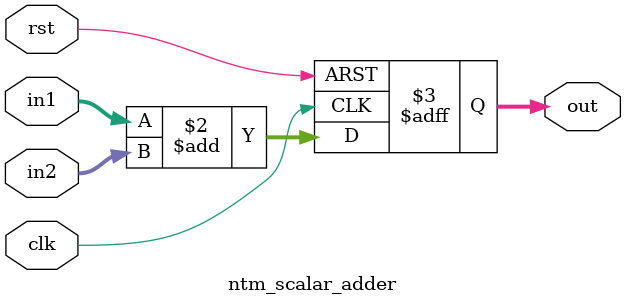
<source format=sv>

module ntm_scalar_adder (
  input clk,
  input rst,

  input [7:0] in1,
  input [7:0] in2,

  output reg [8:0] out
);

  always@(posedge clk or posedge rst) begin
    if(rst)
      out <= 0;
    else
      out <= in1 + in2;
  end

endmodule
</source>
